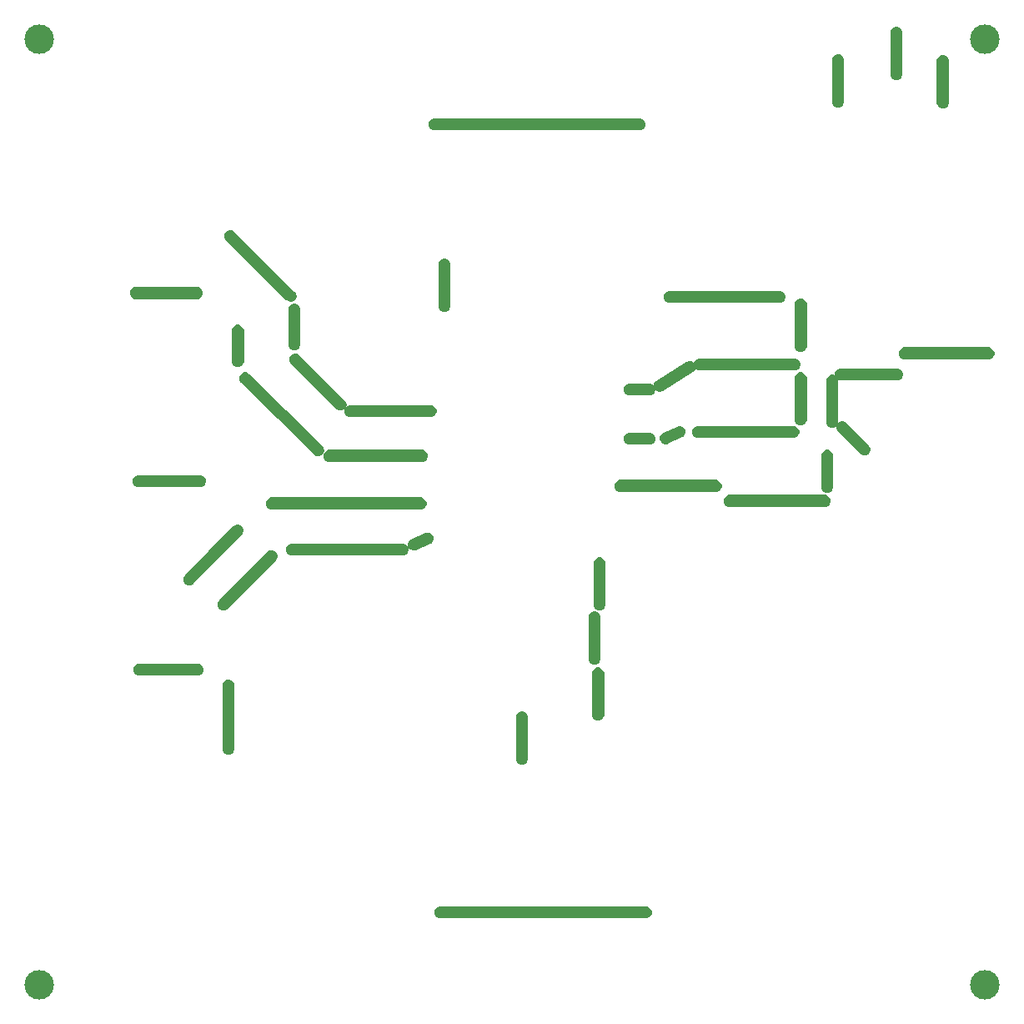
<source format=gbr>
G04 Layer_Color=0*
%FSLAX25Y25*%
%MOIN*%
%TF.FileFunction,NonPlated,1,2,NPTH,Drill*%
%TF.Part,Single*%
G01*
G75*
%TA.AperFunction,OtherDrill,Pad Free-4 (-319mil,-370mil)*%
%ADD94C,0.11811*%
%TA.AperFunction,OtherDrill,Pad Free-4 (-319mil,3409.528mil)*%
%ADD95C,0.11811*%
%TA.AperFunction,OtherDrill,Pad Free-4 (3460.528mil,-370mil)*%
%ADD96C,0.11811*%
%TA.AperFunction,OtherDrill,Pad Free-4 (3460.527mil,3409.528mil)*%
%ADD97C,0.11811*%
G36*
X118878Y136748D02*
X118450Y136554D01*
X117510Y136522D01*
X116630Y136852D01*
X115943Y137494D01*
X115554Y138350D01*
X115522Y139290D01*
X115852Y140170D01*
X116494Y140857D01*
X116922Y141052D01*
X116922D01*
X122422Y143552D01*
X122692Y143675D01*
X123276Y143779D01*
X123868Y143736D01*
X124430Y143548D01*
X124929Y143227D01*
X125333Y142792D01*
X125617Y142271D01*
X125764Y141697D01*
Y141400D01*
Y141060D01*
X125572Y140407D01*
X125203Y139834D01*
X124688Y139389D01*
X124378Y139248D01*
Y139248D01*
X118878Y136748D01*
D02*
G37*
G36*
X41336Y57400D02*
Y56930D01*
X41696Y56061D01*
X42361Y55396D01*
X43230Y55036D01*
X44170D01*
X45039Y55396D01*
X45704Y56061D01*
X46064Y56930D01*
Y57400D01*
D01*
Y82800D01*
Y83270D01*
X45704Y84139D01*
X45039Y84804D01*
X44170Y85164D01*
X43230D01*
X42361Y84804D01*
X41696Y84139D01*
X41336Y83270D01*
Y82800D01*
D01*
Y57400D01*
D02*
G37*
G36*
X8000Y86536D02*
X7530D01*
X6661Y86896D01*
X5996Y87561D01*
X5636Y88430D01*
Y89370D01*
X5996Y90239D01*
X6661Y90904D01*
X7530Y91264D01*
X8000D01*
D01*
X31500D01*
X31970D01*
X32839Y90904D01*
X33504Y90239D01*
X33864Y89370D01*
Y88900D01*
Y88430D01*
X33504Y87561D01*
X32839Y86896D01*
X31970Y86536D01*
X31500D01*
D01*
X8000D01*
D02*
G37*
G36*
X29889Y123446D02*
X29560Y123110D01*
X28695Y122741D01*
X27754Y122732D01*
X26882Y123082D01*
X26210Y123740D01*
X25841Y124605D01*
X25832Y125546D01*
X26182Y126418D01*
X26511Y126754D01*
Y126754D01*
X45611Y146254D01*
X45858Y146506D01*
X46476Y146843D01*
X47166Y146986D01*
X47867Y146922D01*
X48519Y146655D01*
X49066Y146211D01*
X49458Y145626D01*
X49664Y144952D01*
Y144600D01*
Y144370D01*
X49575Y143920D01*
X49402Y143494D01*
X49149Y143110D01*
X48989Y142946D01*
X48989D01*
X29889Y123446D01*
D02*
G37*
G36*
X43550Y113250D02*
X43221Y112914D01*
X42356Y112545D01*
X41416Y112536D01*
X40543Y112886D01*
X39871Y113544D01*
X39503Y114409D01*
X39493Y115350D01*
X39844Y116222D01*
X40173Y116558D01*
Y116558D01*
X59273Y136058D01*
X59519Y136310D01*
X60137Y136647D01*
X60827Y136790D01*
X61528Y136725D01*
X62181Y136459D01*
X62727Y136015D01*
X63120Y135430D01*
X63325Y134756D01*
Y134404D01*
Y134174D01*
X63237Y133723D01*
X63063Y133298D01*
X62811Y132914D01*
X62650Y132750D01*
X62650D01*
X43550Y113250D01*
D02*
G37*
G36*
X69189Y134700D02*
X68719D01*
X67850Y135060D01*
X67185Y135725D01*
X66825Y136593D01*
Y137534D01*
X67185Y138403D01*
X67850Y139067D01*
X68719Y139427D01*
X69189D01*
D01*
X113411Y139427D01*
X113881Y139427D01*
X114750Y139067D01*
X115415Y138403D01*
X115775Y137534D01*
X115775Y137064D01*
X115775Y136593D01*
X115415Y135725D01*
X114750Y135060D01*
X113881Y134700D01*
X113411Y134700D01*
X113411D01*
X69189D01*
D02*
G37*
G36*
X61100Y153136D02*
X60630D01*
X59761Y153496D01*
X59096Y154161D01*
X58736Y155030D01*
Y155970D01*
X59096Y156839D01*
X59761Y157504D01*
X60630Y157864D01*
X61100D01*
D01*
X120600D01*
X121070D01*
X121939Y157504D01*
X122604Y156839D01*
X122964Y155970D01*
Y155500D01*
Y155030D01*
X122604Y154161D01*
X121939Y153496D01*
X121070Y153136D01*
X120600D01*
D01*
X61100D01*
D02*
G37*
G36*
X7800Y162036D02*
X7330D01*
X6461Y162396D01*
X5796Y163061D01*
X5436Y163930D01*
Y164870D01*
X5796Y165739D01*
X6461Y166404D01*
X7330Y166764D01*
X7800D01*
D01*
X32300D01*
X32770D01*
X33639Y166404D01*
X34304Y165739D01*
X34664Y164870D01*
Y164400D01*
Y163930D01*
X34304Y163061D01*
X33639Y162396D01*
X32770Y162036D01*
X32300D01*
D01*
X7800D01*
D02*
G37*
G36*
X84143Y172136D02*
X83672D01*
X82804Y172496D01*
X82139Y173161D01*
X81779Y174030D01*
Y174970D01*
X82139Y175839D01*
X82804Y176504D01*
X83672Y176864D01*
X84143D01*
D01*
X121100D01*
X121570D01*
X122439Y176504D01*
X123104Y175839D01*
X123464Y174970D01*
Y174500D01*
Y174030D01*
X123104Y173161D01*
X122439Y172496D01*
X121570Y172136D01*
X121100D01*
D01*
X84143D01*
D02*
G37*
G36*
X77977Y174994D02*
X48935Y203822D01*
X48601Y204154D01*
X48238Y205021D01*
X48235Y205961D01*
X48591Y206832D01*
X49254Y207499D01*
X50121Y207862D01*
X51061Y207865D01*
X51932Y207509D01*
X52265Y207178D01*
D01*
X81308Y178349D01*
X81474Y178184D01*
X81735Y177796D01*
X81915Y177364D01*
X82006Y176906D01*
Y176672D01*
Y176322D01*
X81803Y175652D01*
X81415Y175069D01*
X80874Y174624D01*
X80228Y174355D01*
X79531Y174285D01*
X78844Y174419D01*
X78226Y174748D01*
X77977Y174994D01*
X77977Y174994D01*
D02*
G37*
G36*
X45236Y212500D02*
Y212030D01*
X45596Y211161D01*
X46261Y210496D01*
X47130Y210136D01*
X48070D01*
X48939Y210496D01*
X49604Y211161D01*
X49964Y212030D01*
Y212500D01*
D01*
Y224500D01*
Y224970D01*
X49604Y225839D01*
X48939Y226504D01*
X48070Y226864D01*
X47130D01*
X46261Y226504D01*
X45596Y225839D01*
X45236Y224970D01*
Y224500D01*
D01*
Y212500D01*
D02*
G37*
G36*
X92600Y190089D02*
X92130D01*
X91261Y190449D01*
X90596Y191114D01*
X90236Y191983D01*
Y192923D01*
X90596Y193792D01*
X91261Y194457D01*
X92130Y194817D01*
X92600D01*
D01*
X124600D01*
X125070D01*
X125939Y194457D01*
X126604Y193792D01*
X126964Y192923D01*
Y192453D01*
Y191983D01*
X126604Y191114D01*
X125939Y190449D01*
X125070Y190089D01*
X124600D01*
D01*
X92600D01*
D02*
G37*
G36*
X86929Y193281D02*
X68929Y211281D01*
X68596Y211614D01*
X68236Y212483D01*
Y213423D01*
X68596Y214292D01*
X69261Y214957D01*
X70130Y215317D01*
X71070D01*
X71939Y214957D01*
X72271Y214624D01*
X72271Y214624D01*
X90271Y196624D01*
X90436Y196459D01*
X90695Y196072D01*
X90873Y195642D01*
X90964Y195186D01*
Y194953D01*
Y194602D01*
X90760Y193931D01*
X90371Y193348D01*
X89828Y192903D01*
X89181Y192635D01*
X88483Y192566D01*
X87795Y192703D01*
X87177Y193033D01*
X86929Y193281D01*
D01*
D02*
G37*
G36*
X67736Y219000D02*
Y218530D01*
X68096Y217661D01*
X68761Y216996D01*
X69630Y216636D01*
X70570D01*
X71439Y216996D01*
X72104Y217661D01*
X72464Y218530D01*
Y219000D01*
D01*
Y233000D01*
Y233470D01*
X72104Y234339D01*
X71439Y235004D01*
X70570Y235364D01*
X69630D01*
X68761Y235004D01*
X68096Y234339D01*
X67736Y233470D01*
Y233000D01*
D01*
Y219000D01*
D02*
G37*
G36*
X66929Y236781D02*
X42929Y260781D01*
X42596Y261114D01*
X42236Y261983D01*
Y262923D01*
X42596Y263792D01*
X43261Y264457D01*
X44130Y264816D01*
X45070D01*
X45939Y264457D01*
X46271Y264124D01*
X46271Y264124D01*
X70271Y240124D01*
X70436Y239960D01*
X70695Y239572D01*
X70873Y239142D01*
X70964Y238686D01*
Y238453D01*
Y238102D01*
X70760Y237431D01*
X70371Y236848D01*
X69828Y236403D01*
X69181Y236135D01*
X68483Y236066D01*
X67795Y236203D01*
X67177Y236533D01*
X66929Y236781D01*
D01*
D02*
G37*
G36*
X6699Y237168D02*
X6228D01*
X5360Y237528D01*
X4695Y238193D01*
X4335Y239061D01*
Y240002D01*
X4695Y240870D01*
X5360Y241535D01*
X6228Y241895D01*
X6699D01*
D01*
X31198D01*
X31669D01*
X32537Y241535D01*
X33202Y240870D01*
X33562Y240002D01*
Y239531D01*
Y239061D01*
X33202Y238193D01*
X32537Y237528D01*
X31669Y237168D01*
X31198D01*
D01*
X6699D01*
D02*
G37*
G36*
X127736Y234500D02*
Y234030D01*
X128096Y233161D01*
X128761Y232496D01*
X129630Y232136D01*
X130570D01*
X131439Y232496D01*
X132104Y233161D01*
X132464Y234030D01*
Y234500D01*
D01*
Y251000D01*
Y251470D01*
X132104Y252339D01*
X131439Y253004D01*
X130570Y253364D01*
X129630D01*
X128761Y253004D01*
X128096Y252339D01*
X127736Y251470D01*
Y251000D01*
D01*
Y234500D01*
D02*
G37*
G36*
X126100Y304589D02*
X125630D01*
X124761Y304949D01*
X124096Y305614D01*
X123736Y306483D01*
Y307423D01*
X124096Y308292D01*
X124761Y308957D01*
X125630Y309316D01*
X126100D01*
D01*
X208100D01*
X208570D01*
X209439Y308957D01*
X210104Y308292D01*
X210464Y307423D01*
Y306953D01*
Y306483D01*
X210104Y305614D01*
X209439Y304949D01*
X208570Y304589D01*
X208100D01*
D01*
X126100D01*
D02*
G37*
G36*
X158736Y53500D02*
Y53030D01*
X159096Y52161D01*
X159761Y51496D01*
X160630Y51136D01*
X161570D01*
X162439Y51496D01*
X163104Y52161D01*
X163464Y53030D01*
Y53500D01*
D01*
Y70000D01*
Y70470D01*
X163104Y71339D01*
X162439Y72004D01*
X161570Y72364D01*
X160630D01*
X159761Y72004D01*
X159096Y71339D01*
X158736Y70470D01*
Y70000D01*
D01*
Y53500D01*
D02*
G37*
G36*
X189736Y115000D02*
Y114530D01*
X190096Y113661D01*
X190761Y112996D01*
X191630Y112636D01*
X192570D01*
X193439Y112996D01*
X194104Y113661D01*
X194464Y114530D01*
Y115000D01*
D01*
Y131500D01*
Y131970D01*
X194104Y132839D01*
X193439Y133504D01*
X192570Y133864D01*
X191630D01*
X190761Y133504D01*
X190096Y132839D01*
X189736Y131970D01*
Y131500D01*
D01*
Y115000D01*
D02*
G37*
G36*
X187736Y93500D02*
Y93030D01*
X188096Y92161D01*
X188761Y91496D01*
X189630Y91136D01*
X190570D01*
X191439Y91496D01*
X192104Y92161D01*
X192464Y93030D01*
Y93500D01*
D01*
Y110000D01*
Y110470D01*
X192104Y111339D01*
X191439Y112004D01*
X190570Y112364D01*
X189630D01*
X188761Y112004D01*
X188096Y111339D01*
X187736Y110470D01*
Y110000D01*
D01*
Y93500D01*
D02*
G37*
G36*
X189236Y71000D02*
Y70530D01*
X189596Y69661D01*
X190261Y68996D01*
X191130Y68636D01*
X192070D01*
X192939Y68996D01*
X193604Y69661D01*
X193964Y70530D01*
Y71000D01*
D01*
Y87500D01*
Y87970D01*
X193604Y88839D01*
X192939Y89504D01*
X192070Y89864D01*
X191130D01*
X190261Y89504D01*
X189596Y88839D01*
X189236Y87970D01*
Y87500D01*
D01*
Y71000D01*
D02*
G37*
G36*
X128600Y-10411D02*
X128130D01*
X127261Y-10051D01*
X126596Y-9386D01*
X126236Y-8517D01*
Y-7577D01*
X126596Y-6708D01*
X127261Y-6043D01*
X128130Y-5683D01*
X128600D01*
D01*
X210600D01*
X211070D01*
X211939Y-6043D01*
X212604Y-6708D01*
X212964Y-7577D01*
Y-8047D01*
Y-8517D01*
X212604Y-9386D01*
X211939Y-10051D01*
X211070Y-10411D01*
X210600D01*
D01*
X128600D01*
D02*
G37*
G36*
X200600Y160136D02*
X200130D01*
X199261Y160496D01*
X198596Y161161D01*
X198236Y162030D01*
Y162970D01*
X198596Y163839D01*
X199261Y164504D01*
X200130Y164864D01*
X200600D01*
D01*
X238600D01*
X239070D01*
X239939Y164504D01*
X240604Y163839D01*
X240964Y162970D01*
Y162500D01*
Y162030D01*
X240604Y161161D01*
X239939Y160496D01*
X239070Y160136D01*
X238600D01*
D01*
X200600D01*
D02*
G37*
G36*
X244100Y154136D02*
X243630D01*
X242761Y154496D01*
X242096Y155161D01*
X241736Y156030D01*
Y156970D01*
X242096Y157839D01*
X242761Y158504D01*
X243630Y158864D01*
X244100D01*
D01*
X282100D01*
X282570D01*
X283439Y158504D01*
X284104Y157839D01*
X284464Y156970D01*
Y156500D01*
Y156030D01*
X284104Y155161D01*
X283439Y154496D01*
X282570Y154136D01*
X282100D01*
D01*
X244100D01*
D02*
G37*
G36*
X280736Y162000D02*
Y161530D01*
X281096Y160661D01*
X281761Y159996D01*
X282630Y159636D01*
X283570D01*
X284439Y159996D01*
X285104Y160661D01*
X285464Y161530D01*
Y162000D01*
D01*
Y174500D01*
Y174970D01*
X285104Y175839D01*
X284439Y176504D01*
X283570Y176864D01*
X282630D01*
X281761Y176504D01*
X281096Y175839D01*
X280736Y174970D01*
Y174500D01*
D01*
Y162000D01*
D02*
G37*
G36*
X231600Y181636D02*
X231130D01*
X230261Y181996D01*
X229596Y182661D01*
X229236Y183530D01*
Y184470D01*
X229596Y185339D01*
X230261Y186004D01*
X231130Y186364D01*
X231600D01*
D01*
X269600D01*
X270070D01*
X270939Y186004D01*
X271604Y185339D01*
X271964Y184470D01*
Y184000D01*
Y183530D01*
X271604Y182661D01*
X270939Y181996D01*
X270070Y181636D01*
X269600D01*
D01*
X231600D01*
D02*
G37*
G36*
X219578Y179348D02*
X219150Y179154D01*
X218210Y179122D01*
X217330Y179452D01*
X216643Y180094D01*
X216254Y180950D01*
X216222Y181890D01*
X216552Y182770D01*
X217194Y183457D01*
X217622Y183652D01*
X217622D01*
X223122Y186152D01*
X223392Y186275D01*
X223976Y186379D01*
X224568Y186336D01*
X225130Y186148D01*
X225629Y185827D01*
X226033Y185392D01*
X226317Y184871D01*
X226464Y184297D01*
Y184000D01*
Y183660D01*
X226272Y183007D01*
X225903Y182434D01*
X225388Y181989D01*
X225078Y181848D01*
Y181848D01*
X219578Y179348D01*
D02*
G37*
G36*
X204100Y178951D02*
X203630D01*
X202761Y179311D01*
X202096Y179976D01*
X201736Y180845D01*
Y181785D01*
X202096Y182654D01*
X202761Y183319D01*
X203630Y183679D01*
X204100D01*
D01*
X212100D01*
X212570D01*
X213439Y183319D01*
X214104Y182654D01*
X214464Y181785D01*
Y181315D01*
Y180845D01*
X214104Y179976D01*
X213439Y179311D01*
X212570Y178951D01*
X212100D01*
D01*
X204100D01*
D02*
G37*
G36*
Y198636D02*
X203630D01*
X202761Y198996D01*
X202096Y199661D01*
X201736Y200530D01*
Y201470D01*
X202096Y202339D01*
X202761Y203004D01*
X203630Y203364D01*
X204100D01*
D01*
X212100D01*
X212570D01*
X213439Y203004D01*
X214104Y202339D01*
X214464Y201470D01*
Y201000D01*
Y200530D01*
X214104Y199661D01*
X213439Y198996D01*
X212570Y198636D01*
X212100D01*
D01*
X204100D01*
D02*
G37*
G36*
X217353Y200496D02*
X216954Y200246D01*
X216027Y200091D01*
X215110Y200303D01*
X214345Y200849D01*
X213846Y201646D01*
X213691Y202573D01*
X213903Y203490D01*
X214448Y204255D01*
X214847Y204504D01*
X214847D01*
X226847Y212004D01*
X227116Y212172D01*
X227722Y212355D01*
X228354Y212371D01*
X228969Y212221D01*
X229523Y211914D01*
X229976Y211472D01*
X230297Y210927D01*
X230464Y210316D01*
Y210000D01*
Y209699D01*
X230313Y209117D01*
X230022Y208591D01*
X229608Y208155D01*
X229353Y207996D01*
Y207996D01*
X217353Y200496D01*
D02*
G37*
G36*
X232100Y208636D02*
X231630D01*
X230761Y208996D01*
X230096Y209661D01*
X229736Y210530D01*
Y211470D01*
X230096Y212339D01*
X230761Y213004D01*
X231630Y213364D01*
X232100D01*
D01*
X270100D01*
X270570D01*
X271439Y213004D01*
X272104Y212339D01*
X272464Y211470D01*
Y211000D01*
Y210530D01*
X272104Y209661D01*
X271439Y208996D01*
X270570Y208636D01*
X270100D01*
D01*
X232100D01*
D02*
G37*
G36*
X270236Y189000D02*
Y188530D01*
X270596Y187661D01*
X271261Y186996D01*
X272130Y186636D01*
X273070D01*
X273939Y186996D01*
X274604Y187661D01*
X274964Y188530D01*
Y189000D01*
D01*
Y205500D01*
Y205970D01*
X274604Y206839D01*
X273939Y207504D01*
X273070Y207864D01*
X272130D01*
X271261Y207504D01*
X270596Y206839D01*
X270236Y205970D01*
Y205500D01*
D01*
Y189000D01*
D02*
G37*
G36*
Y218500D02*
Y218030D01*
X270596Y217161D01*
X271261Y216496D01*
X272130Y216136D01*
X273070D01*
X273939Y216496D01*
X274604Y217161D01*
X274964Y218030D01*
Y218500D01*
D01*
Y235000D01*
Y235470D01*
X274604Y236339D01*
X273939Y237004D01*
X273070Y237364D01*
X272130D01*
X271261Y237004D01*
X270596Y236339D01*
X270236Y235470D01*
Y235000D01*
D01*
Y218500D01*
D02*
G37*
G36*
X220100Y235636D02*
X219630D01*
X218761Y235996D01*
X218096Y236661D01*
X217736Y237530D01*
Y238470D01*
X218096Y239339D01*
X218761Y240004D01*
X219630Y240364D01*
X220100D01*
D01*
X264100D01*
X264570D01*
X265439Y240004D01*
X266104Y239339D01*
X266464Y238470D01*
Y238000D01*
Y237530D01*
X266104Y236661D01*
X265439Y235996D01*
X264570Y235636D01*
X264100D01*
D01*
X220100D01*
D02*
G37*
G36*
X285136Y316100D02*
Y315630D01*
X285496Y314761D01*
X286161Y314096D01*
X287030Y313736D01*
X287970D01*
X288839Y314096D01*
X289504Y314761D01*
X289864Y315630D01*
Y316100D01*
D01*
Y332600D01*
Y333070D01*
X289504Y333939D01*
X288839Y334604D01*
X287970Y334964D01*
X287030D01*
X286161Y334604D01*
X285496Y333939D01*
X285136Y333070D01*
Y332600D01*
D01*
Y316100D01*
D02*
G37*
G36*
X308436Y327100D02*
Y326630D01*
X308796Y325761D01*
X309461Y325096D01*
X310330Y324736D01*
X311270D01*
X312139Y325096D01*
X312804Y325761D01*
X313164Y326630D01*
Y327100D01*
D01*
Y343600D01*
Y344070D01*
X312804Y344939D01*
X312139Y345604D01*
X311270Y345964D01*
X310330D01*
X309461Y345604D01*
X308796Y344939D01*
X308436Y344070D01*
Y343600D01*
D01*
Y327100D01*
D02*
G37*
G36*
X326936Y315700D02*
Y315230D01*
X327296Y314361D01*
X327961Y313696D01*
X328830Y313336D01*
X329770D01*
X330639Y313696D01*
X331304Y314361D01*
X331664Y315230D01*
Y315700D01*
D01*
Y332200D01*
Y332670D01*
X331304Y333539D01*
X330639Y334204D01*
X329770Y334564D01*
X328830D01*
X327961Y334204D01*
X327296Y333539D01*
X326936Y332670D01*
Y332200D01*
D01*
Y315700D01*
D02*
G37*
G36*
X314100Y213136D02*
X313630D01*
X312761Y213496D01*
X312096Y214161D01*
X311736Y215030D01*
Y215970D01*
X312096Y216839D01*
X312761Y217504D01*
X313630Y217864D01*
X314100D01*
D01*
X347600D01*
X348070D01*
X348939Y217504D01*
X349604Y216839D01*
X349964Y215970D01*
Y215500D01*
Y215030D01*
X349604Y214161D01*
X348939Y213496D01*
X348070Y213136D01*
X347600D01*
D01*
X314100D01*
D02*
G37*
G36*
X288600Y204636D02*
X288130D01*
X287261Y204996D01*
X286596Y205661D01*
X286236Y206530D01*
Y207470D01*
X286596Y208339D01*
X287261Y209004D01*
X288130Y209364D01*
X288600D01*
D01*
X311100D01*
X311570D01*
X312439Y209004D01*
X313104Y208339D01*
X313464Y207470D01*
Y207000D01*
Y206530D01*
X313104Y205661D01*
X312439Y204996D01*
X311570Y204636D01*
X311100D01*
D01*
X288600D01*
D02*
G37*
G36*
X282736Y188000D02*
Y187530D01*
X283096Y186661D01*
X283761Y185996D01*
X284630Y185636D01*
X285570D01*
X286439Y185996D01*
X287104Y186661D01*
X287464Y187530D01*
Y188000D01*
D01*
Y204500D01*
Y204970D01*
X287104Y205839D01*
X286439Y206504D01*
X285570Y206864D01*
X284630D01*
X283761Y206504D01*
X283096Y205839D01*
X282736Y204970D01*
Y204500D01*
D01*
Y188000D01*
D02*
G37*
G36*
X296429Y175329D02*
X287429Y184329D01*
X287096Y184661D01*
X286736Y185530D01*
Y186470D01*
X287096Y187339D01*
X287761Y188004D01*
X288630Y188364D01*
X289570D01*
X290439Y188004D01*
X290771Y187671D01*
X290771Y187671D01*
X299771Y178671D01*
X299936Y178507D01*
X300195Y178120D01*
X300373Y177690D01*
X300464Y177233D01*
Y177000D01*
Y176649D01*
X300260Y175978D01*
X299871Y175395D01*
X299328Y174950D01*
X298681Y174682D01*
X297983Y174613D01*
X297295Y174750D01*
X296676Y175081D01*
X296429Y175329D01*
D01*
D02*
G37*
D94*
X-31900Y-37000D02*
D03*
D95*
Y340953D02*
D03*
D96*
X346053Y-37000D02*
D03*
D97*
X346053Y340953D02*
D03*
%TF.MD5,0648be245d5cb76ae8a9a0c21b422da5*%
M02*

</source>
